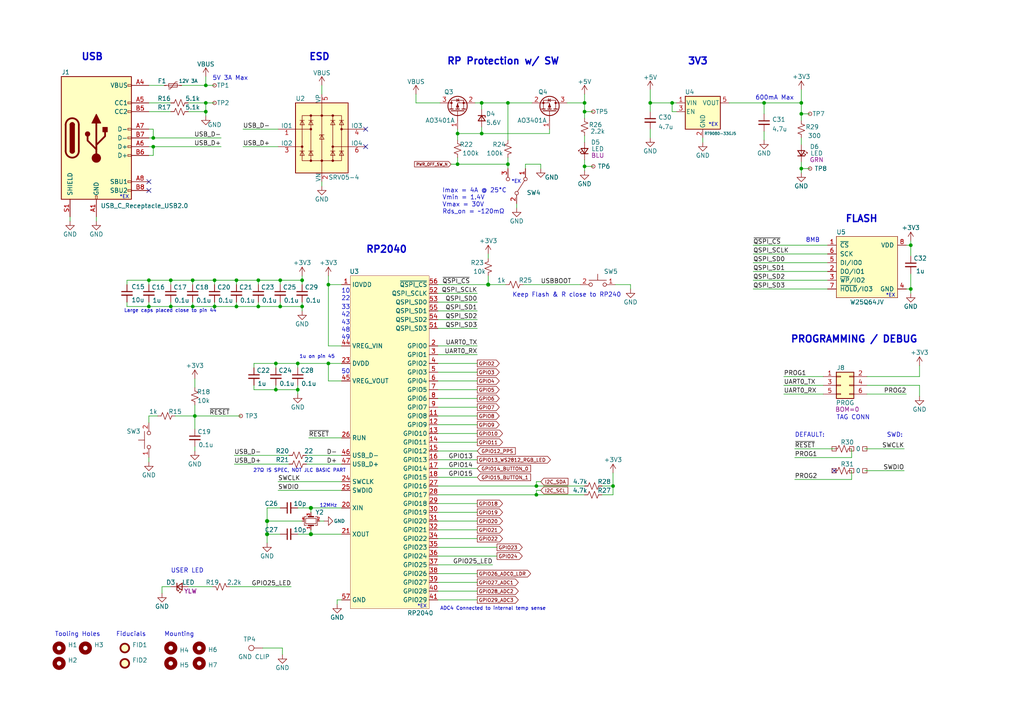
<source format=kicad_sch>
(kicad_sch (version 20230121) (generator eeschema)
  (paper "A4")
  (title_block (title "RP2040 & USB"))
  (junction (at 139.7 38.735))
  (junction (at 81.28 81.28))
  (junction (at 169.545 32.385))
  (junction (at 132.715 38.735))
  (junction (at 95.25 105.41))
  (junction (at 44.45 42.545))
  (junction (at 62.23 88.9))
  (junction (at 90.17 154.94) (diameter 1.016))
  (junction (at 80.01 105.41))
  (junction (at 49.53 81.28))
  (junction (at 44.45 40.005))
  (junction (at 139.7 29.845))
  (junction (at 194.945 29.845))
  (junction (at 81.28 88.9))
  (junction (at 87.63 81.28))
  (junction (at 147.32 29.845))
  (junction (at 77.47 151.13) (diameter 1.016))
  (junction (at 86.36 105.41))
  (junction (at 49.53 88.9))
  (junction (at 264.16 71.12))
  (junction (at 169.545 48.26))
  (junction (at 59.69 32.385))
  (junction (at 90.17 147.32) (diameter 1.016))
  (junction (at 232.41 48.895))
  (junction (at 43.18 88.9))
  (junction (at 74.93 81.28))
  (junction (at 77.47 154.94) (diameter 1.016))
  (junction (at 177.8 140.97))
  (junction (at 59.69 29.845))
  (junction (at 147.32 47.625))
  (junction (at 155.575 140.97))
  (junction (at 86.36 113.03))
  (junction (at 232.41 29.845))
  (junction (at 68.58 81.28))
  (junction (at 95.25 82.55))
  (junction (at 43.18 81.28))
  (junction (at 132.715 47.625))
  (junction (at 221.615 29.845))
  (junction (at 74.93 88.9))
  (junction (at 80.01 113.03))
  (junction (at 232.41 33.02))
  (junction (at 55.88 81.28))
  (junction (at 56.515 120.65))
  (junction (at 87.63 88.9))
  (junction (at 188.595 29.845))
  (junction (at 264.16 83.82))
  (junction (at 141.605 82.55) (diameter 1.016))
  (junction (at 59.69 24.765))
  (junction (at 68.58 88.9))
  (junction (at 62.23 81.28))
  (junction (at 155.575 143.51))
  (junction (at 169.545 29.845))
  (junction (at 55.88 88.9))
  (no_connect (at 241.935 136.525))
  (no_connect (at 106.045 42.545))
  (no_connect (at 43.18 52.705))
  (no_connect (at 106.045 37.465))
  (no_connect (at 43.18 55.245))
  (wire (pts (xy 127 102.87) (xy 138.43 102.87)))
  (wire (pts (xy 90.17 147.32) (xy 90.17 148.59)))
  (wire (pts (xy 95.25 110.49) (xy 95.25 105.41)))
  (wire (pts (xy 232.41 50.165) (xy 232.41 48.895)))
  (wire (pts (xy 43.18 37.465) (xy 44.45 37.465)))
  (wire (pts (xy 127 113.03) (xy 138.43 113.03)))
  (wire (pts (xy 262.89 71.12) (xy 264.16 71.12)))
  (wire (pts (xy 95.25 82.55) (xy 99.06 82.55)))
  (wire (pts (xy 238.76 114.3) (xy 227.33 114.3)))
  (wire (pts (xy 86.36 105.41) (xy 86.36 106.68)))
  (wire (pts (xy 81.28 88.9) (xy 81.28 87.63)))
  (wire (pts (xy 80.01 106.68) (xy 80.01 105.41)))
  (wire (pts (xy 141.605 82.55) (xy 141.605 80.01)))
  (wire (pts (xy 43.18 88.9) (xy 49.53 88.9)))
  (wire (pts (xy 49.53 88.9) (xy 49.53 87.63)))
  (wire (pts (xy 50.8 120.65) (xy 56.515 120.65)))
  (wire (pts (xy 247.015 130.175) (xy 247.015 132.715)))
  (wire (pts (xy 127 151.13) (xy 138.43 151.13)))
  (wire (pts (xy 264.16 71.12) (xy 264.16 74.295)))
  (wire (pts (xy 182.88 83.82) (xy 182.88 82.55)))
  (wire (pts (xy 137.795 29.845) (xy 139.7 29.845)))
  (wire (pts (xy 127 138.43) (xy 138.43 138.43)))
  (wire (pts (xy 266.7 111.76) (xy 266.7 114.935)))
  (wire (pts (xy 155.575 139.7) (xy 155.575 140.97)))
  (wire (pts (xy 127 105.41) (xy 138.43 105.41)))
  (wire (pts (xy 93.345 52.705) (xy 93.345 53.975)))
  (wire (pts (xy 61.595 170.18) (xy 54.61 170.18)))
  (wire (pts (xy 77.47 154.94) (xy 81.28 154.94)))
  (wire (pts (xy 93.345 24.765) (xy 93.345 27.305)))
  (wire (pts (xy 77.47 147.32) (xy 77.47 151.13)))
  (wire (pts (xy 73.66 113.03) (xy 73.66 111.76)))
  (wire (pts (xy 156.845 142.24) (xy 155.575 142.24)))
  (wire (pts (xy 155.575 142.24) (xy 155.575 143.51)))
  (wire (pts (xy 73.66 106.68) (xy 73.66 105.41)))
  (wire (pts (xy 95.25 110.49) (xy 99.06 110.49)))
  (wire (pts (xy 232.41 40.005) (xy 232.41 41.91)))
  (wire (pts (xy 59.69 29.845) (xy 62.23 29.845)))
  (wire (pts (xy 169.545 27.305) (xy 169.545 29.845)))
  (wire (pts (xy 230.505 132.715) (xy 247.015 132.715)))
  (wire (pts (xy 130.81 47.625) (xy 132.715 47.625)))
  (wire (pts (xy 127 100.33) (xy 138.43 100.33)))
  (wire (pts (xy 56.515 109.855) (xy 56.515 112.395)))
  (wire (pts (xy 70.485 42.545) (xy 80.645 42.545)))
  (wire (pts (xy 90.17 154.94) (xy 99.06 154.94)))
  (wire (pts (xy 127 82.55) (xy 141.605 82.55)))
  (wire (pts (xy 240.03 76.2) (xy 218.44 76.2)))
  (wire (pts (xy 230.505 139.065) (xy 247.015 139.065)))
  (wire (pts (xy 127 85.09) (xy 138.43 85.09)))
  (wire (pts (xy 127 87.63) (xy 138.43 87.63)))
  (wire (pts (xy 127 133.35) (xy 138.43 133.35)))
  (wire (pts (xy 43.18 122.555) (xy 43.18 120.65)))
  (wire (pts (xy 44.45 45.085) (xy 44.45 42.545)))
  (wire (pts (xy 196.215 29.845) (xy 194.945 29.845)))
  (wire (pts (xy 169.545 48.26) (xy 169.545 46.355)))
  (wire (pts (xy 49.53 81.28) (xy 55.88 81.28)))
  (wire (pts (xy 127 148.59) (xy 138.43 148.59)))
  (wire (pts (xy 67.945 132.08) (xy 83.82 132.08)))
  (wire (pts (xy 194.945 29.845) (xy 188.595 29.845)))
  (wire (pts (xy 68.58 88.9) (xy 62.23 88.9)))
  (wire (pts (xy 88.9 132.08) (xy 99.06 132.08)))
  (wire (pts (xy 266.7 106.045) (xy 266.7 109.22)))
  (wire (pts (xy 55.88 88.9) (xy 55.88 87.63)))
  (wire (pts (xy 44.45 42.545) (xy 64.135 42.545)))
  (wire (pts (xy 172.085 32.385) (xy 169.545 32.385)))
  (wire (pts (xy 44.45 40.005) (xy 64.135 40.005)))
  (wire (pts (xy 127 173.99) (xy 138.43 173.99)))
  (wire (pts (xy 169.545 32.385) (xy 169.545 29.845)))
  (wire (pts (xy 127 171.45) (xy 138.43 171.45)))
  (wire (pts (xy 87.63 80.01) (xy 87.63 81.28)))
  (wire (pts (xy 139.7 29.845) (xy 139.7 31.75)))
  (wire (pts (xy 87.63 81.28) (xy 87.63 82.55)))
  (wire (pts (xy 43.18 45.085) (xy 44.45 45.085)))
  (wire (pts (xy 55.88 88.9) (xy 62.23 88.9)))
  (wire (pts (xy 127 156.21) (xy 138.43 156.21)))
  (wire (pts (xy 221.615 29.845) (xy 221.615 33.02)))
  (wire (pts (xy 155.575 143.51) (xy 169.5082 143.51)))
  (wire (pts (xy 43.18 32.385) (xy 49.53 32.385)))
  (wire (pts (xy 132.715 47.625) (xy 147.32 47.625)))
  (wire (pts (xy 169.545 32.385) (xy 169.545 34.29)))
  (wire (pts (xy 77.47 151.13) (xy 77.47 154.94)))
  (wire (pts (xy 99.06 100.33) (xy 95.25 100.33)))
  (wire (pts (xy 43.18 24.765) (xy 47.625 24.765)))
  (wire (pts (xy 87.63 87.63) (xy 87.63 88.9)))
  (wire (pts (xy 221.615 29.845) (xy 232.41 29.845)))
  (wire (pts (xy 127 140.97) (xy 155.575 140.97)))
  (wire (pts (xy 62.23 88.9) (xy 62.23 87.63)))
  (wire (pts (xy 156.845 47.625) (xy 152.4 47.625)))
  (wire (pts (xy 59.69 29.845) (xy 59.69 32.385)))
  (wire (pts (xy 62.23 82.55) (xy 62.23 81.28)))
  (wire (pts (xy 80.645 139.7) (xy 99.06 139.7)))
  (wire (pts (xy 52.705 24.765) (xy 59.69 24.765)))
  (wire (pts (xy 232.41 48.895) (xy 232.41 46.99)))
  (wire (pts (xy 188.595 37.465) (xy 188.595 40.005)))
  (wire (pts (xy 218.44 71.12) (xy 240.03 71.12)))
  (wire (pts (xy 88.9 134.62) (xy 99.06 134.62)))
  (wire (pts (xy 139.7 38.735) (xy 159.385 38.735)))
  (wire (pts (xy 238.76 111.76) (xy 227.33 111.76)))
  (wire (pts (xy 76.2 187.96) (xy 81.915 187.96)))
  (wire (pts (xy 59.69 22.225) (xy 59.69 24.765)))
  (wire (pts (xy 70.485 37.465) (xy 80.645 37.465)))
  (wire (pts (xy 141.605 82.55) (xy 146.685 82.55)))
  (wire (pts (xy 240.03 78.74) (xy 218.44 78.74)))
  (wire (pts (xy 95.25 105.41) (xy 99.06 105.41)))
  (wire (pts (xy 127 161.29) (xy 144.145 161.29)))
  (wire (pts (xy 127 123.19) (xy 138.43 123.19)))
  (wire (pts (xy 141.605 73.66) (xy 141.605 74.93)))
  (wire (pts (xy 240.03 81.28) (xy 218.44 81.28)))
  (wire (pts (xy 234.95 33.02) (xy 232.41 33.02)))
  (wire (pts (xy 177.8 140.97) (xy 177.8 143.51)))
  (wire (pts (xy 99.06 173.99) (xy 97.79 173.99)))
  (wire (pts (xy 262.89 83.82) (xy 264.16 83.82)))
  (wire (pts (xy 139.7 36.83) (xy 139.7 38.735)))
  (wire (pts (xy 127 153.67) (xy 138.43 153.67)))
  (wire (pts (xy 68.58 81.28) (xy 74.93 81.28)))
  (wire (pts (xy 156.845 48.895) (xy 156.845 47.625)))
  (wire (pts (xy 27.94 62.865) (xy 27.94 64.135)))
  (wire (pts (xy 95.25 82.55) (xy 95.25 100.33)))
  (wire (pts (xy 127 128.27) (xy 138.43 128.27)))
  (wire (pts (xy 127 90.17) (xy 138.43 90.17)))
  (wire (pts (xy 188.595 26.035) (xy 188.595 29.845)))
  (wire (pts (xy 127 118.11) (xy 138.43 118.11)))
  (wire (pts (xy 59.69 32.385) (xy 59.69 33.655)))
  (wire (pts (xy 203.835 40.005) (xy 203.835 41.275)))
  (wire (pts (xy 127 146.05) (xy 138.43 146.05)))
  (wire (pts (xy 43.18 29.845) (xy 49.53 29.845)))
  (wire (pts (xy 77.47 154.94) (xy 77.47 157.48)))
  (wire (pts (xy 127 163.83) (xy 142.875 163.83)))
  (wire (pts (xy 66.675 170.18) (xy 84.455 170.18)))
  (wire (pts (xy 77.47 147.32) (xy 81.28 147.32)))
  (wire (pts (xy 127 110.49) (xy 138.43 110.49)))
  (wire (pts (xy 81.28 88.9) (xy 87.63 88.9)))
  (wire (pts (xy 232.41 29.845) (xy 232.41 33.02)))
  (wire (pts (xy 80.01 105.41) (xy 86.36 105.41)))
  (wire (pts (xy 55.88 81.28) (xy 62.23 81.28)))
  (wire (pts (xy 81.915 187.96) (xy 81.915 189.865)))
  (wire (pts (xy 81.28 81.28) (xy 87.63 81.28)))
  (wire (pts (xy 251.46 114.3) (xy 262.89 114.3)))
  (wire (pts (xy 194.945 32.385) (xy 194.945 29.845)))
  (wire (pts (xy 250.825 136.525) (xy 262.255 136.525)))
  (wire (pts (xy 120.65 29.845) (xy 127.635 29.845)))
  (wire (pts (xy 177.8 137.16) (xy 177.8 140.97)))
  (wire (pts (xy 68.58 88.9) (xy 68.58 87.63)))
  (wire (pts (xy 43.18 82.55) (xy 43.18 81.28)))
  (wire (pts (xy 238.76 109.22) (xy 227.33 109.22)))
  (wire (pts (xy 36.83 88.9) (xy 36.83 87.63)))
  (wire (pts (xy 156.845 139.7) (xy 155.575 139.7)))
  (wire (pts (xy 264.16 83.82) (xy 264.16 85.09)))
  (wire (pts (xy 56.515 120.65) (xy 69.85 120.65)))
  (wire (pts (xy 172.085 48.26) (xy 169.545 48.26)))
  (wire (pts (xy 174.5882 143.51) (xy 177.8 143.51)))
  (wire (pts (xy 127 125.73) (xy 138.43 125.73)))
  (wire (pts (xy 43.18 42.545) (xy 44.45 42.545)))
  (wire (pts (xy 49.53 170.18) (xy 46.99 170.18)))
  (wire (pts (xy 147.32 29.845) (xy 147.32 40.64)))
  (wire (pts (xy 86.36 114.3) (xy 86.36 113.03)))
  (wire (pts (xy 232.41 33.02) (xy 232.41 34.925)))
  (wire (pts (xy 73.66 105.41) (xy 80.01 105.41)))
  (wire (pts (xy 90.17 147.32) (xy 99.06 147.32)))
  (wire (pts (xy 132.715 45.72) (xy 132.715 47.625)))
  (wire (pts (xy 264.16 71.12) (xy 264.16 69.85)))
  (wire (pts (xy 240.03 73.66) (xy 218.44 73.66)))
  (wire (pts (xy 151.765 82.55) (xy 168.275 82.55)))
  (wire (pts (xy 127 115.57) (xy 138.43 115.57)))
  (wire (pts (xy 211.455 29.845) (xy 221.615 29.845)))
  (wire (pts (xy 95.25 80.01) (xy 95.25 82.55)))
  (wire (pts (xy 132.715 38.735) (xy 132.715 37.465)))
  (wire (pts (xy 240.03 83.82) (xy 218.44 83.82)))
  (wire (pts (xy 152.4 47.625) (xy 152.4 48.895)))
  (wire (pts (xy 264.16 79.375) (xy 264.16 83.82)))
  (wire (pts (xy 251.46 111.76) (xy 266.7 111.76)))
  (wire (pts (xy 43.18 81.28) (xy 49.53 81.28)))
  (wire (pts (xy 234.95 48.895) (xy 232.41 48.895)))
  (wire (pts (xy 81.28 82.55) (xy 81.28 81.28)))
  (wire (pts (xy 55.88 82.55) (xy 55.88 81.28)))
  (wire (pts (xy 20.32 62.865) (xy 20.32 64.135)))
  (wire (pts (xy 92.71 151.13) (xy 93.98 151.13)))
  (wire (pts (xy 196.215 32.385) (xy 194.945 32.385)))
  (wire (pts (xy 43.18 40.005) (xy 44.45 40.005)))
  (wire (pts (xy 182.88 82.55) (xy 178.435 82.55)))
  (wire (pts (xy 74.93 82.55) (xy 74.93 81.28)))
  (wire (pts (xy 127 120.65) (xy 138.43 120.65)))
  (wire (pts (xy 174.625 140.97) (xy 177.8 140.97)))
  (wire (pts (xy 230.505 130.175) (xy 241.935 130.175)))
  (wire (pts (xy 149.86 59.055) (xy 149.86 60.325)))
  (wire (pts (xy 127 166.37) (xy 138.43 166.37)))
  (wire (pts (xy 120.65 27.305) (xy 120.65 29.845)))
  (wire (pts (xy 56.515 117.475) (xy 56.515 120.65)))
  (wire (pts (xy 74.93 88.9) (xy 68.58 88.9)))
  (wire (pts (xy 54.61 29.845) (xy 59.69 29.845)))
  (wire (pts (xy 247.015 136.525) (xy 247.015 139.065)))
  (wire (pts (xy 67.945 134.62) (xy 83.82 134.62)))
  (wire (pts (xy 97.79 173.99) (xy 97.79 175.26)))
  (wire (pts (xy 89.535 127) (xy 99.06 127)))
  (wire (pts (xy 74.93 88.9) (xy 74.93 87.63)))
  (wire (pts (xy 80.645 142.24) (xy 99.06 142.24)))
  (wire (pts (xy 169.545 49.53) (xy 169.545 48.26)))
  (wire (pts (xy 86.36 113.03) (xy 80.01 113.03)))
  (wire (pts (xy 127 158.75) (xy 144.145 158.75)))
  (wire (pts (xy 74.93 81.28) (xy 81.28 81.28)))
  (wire (pts (xy 36.83 88.9) (xy 43.18 88.9)))
  (wire (pts (xy 127 95.25) (xy 138.43 95.25)))
  (wire (pts (xy 56.515 129.54) (xy 56.515 130.81)))
  (wire (pts (xy 55.88 88.9) (xy 49.53 88.9)))
  (wire (pts (xy 147.32 29.845) (xy 154.305 29.845)))
  (wire (pts (xy 36.83 82.55) (xy 36.83 81.28)))
  (wire (pts (xy 127 135.89) (xy 138.43 135.89)))
  (wire (pts (xy 127 143.51) (xy 155.575 143.51)))
  (wire (pts (xy 43.18 133.985) (xy 43.18 132.715)))
  (wire (pts (xy 49.53 82.55) (xy 49.53 81.28)))
  (wire (pts (xy 221.615 38.1) (xy 221.615 40.64)))
  (wire (pts (xy 127 168.91) (xy 138.43 168.91)))
  (wire (pts (xy 139.7 29.845) (xy 147.32 29.845)))
  (wire (pts (xy 43.18 88.9) (xy 43.18 87.63)))
  (wire (pts (xy 80.01 113.03) (xy 73.66 113.03)))
  (wire (pts (xy 62.23 24.765) (xy 59.69 24.765)))
  (wire (pts (xy 155.575 140.97) (xy 169.545 140.97)))
  (wire (pts (xy 86.36 105.41) (xy 95.25 105.41)))
  (wire (pts (xy 139.7 38.735) (xy 132.715 38.735)))
  (wire (pts (xy 56.515 120.65) (xy 56.515 124.46)))
  (wire (pts (xy 127 130.81) (xy 138.43 130.81)))
  (wire (pts (xy 251.46 109.22) (xy 266.7 109.22)))
  (wire (pts (xy 87.63 88.9) (xy 87.63 90.17)))
  (wire (pts (xy 90.17 153.67) (xy 90.17 154.94)))
  (wire (pts (xy 188.595 29.845) (xy 188.595 32.385)))
  (wire (pts (xy 132.715 38.735) (xy 132.715 40.64)))
  (wire (pts (xy 159.385 38.735) (xy 159.385 37.465)))
  (wire (pts (xy 36.83 81.28) (xy 43.18 81.28)))
  (wire (pts (xy 86.36 147.32) (xy 90.17 147.32)))
  (wire (pts (xy 87.63 151.13) (xy 77.47 151.13)))
  (wire (pts (xy 62.23 81.28) (xy 68.58 81.28)))
  (wire (pts (xy 80.01 113.03) (xy 80.01 111.76)))
  (wire (pts (xy 169.545 29.845) (xy 164.465 29.845)))
  (wire (pts (xy 81.28 88.9) (xy 74.93 88.9)))
  (wire (pts (xy 86.36 154.94) (xy 90.17 154.94)))
  (wire (pts (xy 46.99 170.18) (xy 46.99 172.085)))
  (wire (pts (xy 54.61 32.385) (xy 59.69 32.385)))
  (wire (pts (xy 86.36 113.03) (xy 86.36 111.76)))
  (wire (pts (xy 127 107.95) (xy 138.43 107.95)))
  (wire (pts (xy 44.45 37.465) (xy 44.45 40.005)))
  (wire (pts (xy 250.825 130.175) (xy 262.255 130.175)))
  (wire (pts (xy 232.41 26.035) (xy 232.41 29.845)))
  (wire (pts (xy 43.18 120.65) (xy 45.72 120.65)))
  (wire (pts (xy 169.545 39.37) (xy 169.545 41.275)))
  (wire (pts (xy 127 92.71) (xy 138.43 92.71)))
  (wire (pts (xy 147.32 47.625) (xy 147.32 48.895)))
  (wire (pts (xy 68.58 82.55) (xy 68.58 81.28)))
  (wire (pts (xy 147.32 47.625) (xy 147.32 45.72)))
  (text "10" (at 101.6 85.217 0) (effects (font (size 1.27 1.27)) (justify right bottom)))
  (text "12MHz" (at 97.79 147.32 0) (effects (font (size 1 1)) (justify right bottom)))
  (text "22" (at 101.6 87.376 0) (effects (font (size 1.27 1.27)) (justify right bottom)))
  (text "5V 3A Max" (at 61.595 23.495 0) (effects (font (size 1.27 1.27)) (justify left bottom)))
  (text "3V3" (at 199.39 19.05 0) (effects (font (size 2 2) (thickness 0.4) bold) (justify left bottom)))
  (text "49" (at 101.6 98.679 0) (effects (font (size 1.27 1.27)) (justify right bottom)))
  (text "8MB" (at 233.68 70.485 0) (effects (font (size 1.27 1.27)) (justify left bottom)))
  (text "42" (at 101.6 92.075 0) (effects (font (size 1.27 1.27)) (justify right bottom)))
  (text "*EX" (at 37.465 57.785 0) (effects (font (size 1 1)) (justify right bottom)))
  (text "50" (at 101.6 108.585 0) (effects (font (size 1.27 1.27)) (justify right bottom)))
  (text "*EX" (at 259.715 86.36 0) (effects (font (size 1 1)) (justify right bottom)))
  (text "Imax = 4A @ 25°C\nVmin = 1.4V\nVmax = 30V\nRds_on = ~120mΩ" (at 128.27 62.23 0) (effects (font (size 1.27 1.27)) (justify left bottom)))
  (text "RP Protection w/ SW" (at 129.54 19.05 0) (effects (font (size 2 2) (thickness 0.4) bold) (justify left bottom)))
  (text "27Ω IS SPEC, NOT JLC BASIC PART" (at 100.33 137.16 0) (effects (font (size 1 1)) (justify right bottom)))
  (text "Tooling Holes\n" (at 15.875 184.785 0) (effects (font (size 1.27 1.27)) (justify left bottom)))
  (text "*EX" (at 208.28 36.83 0) (effects (font (size 1 1)) (justify right bottom)))
  (text "ADC4 Connected to internal temp sense" (at 127.635 177.165 0) (effects (font (size 1 1)) (justify left bottom)))
  (text "ESD" (at 89.535 17.78 0) (effects (font (size 2 2) (thickness 0.4) bold) (justify left bottom)))
  (text "Keep Flash & R close to RP240" (at 148.59 86.36 0) (effects (font (size 1.27 1.27)) (justify left bottom)))
  (text "*EX" (at 123.825 176.53 0) (effects (font (size 1 1)) (justify right bottom)))
  (text "USB" (at 23.495 17.78 0) (effects (font (size 2 2) (thickness 0.4) bold) (justify left bottom)))
  (text "TAG CONN" (at 242.57 121.92 0) (effects (font (size 1.27 1.27)) (justify left bottom)))
  (text "Mounting" (at 47.625 184.785 0) (effects (font (size 1.27 1.27)) (justify left bottom)))
  (text "Large caps placed close to pin 44" (at 62.865 90.805 0) (effects (font (size 1 1)) (justify right bottom)))
  (text "33" (at 101.6 89.916 0) (effects (font (size 1.27 1.27)) (justify right bottom)))
  (text "FLASH" (at 245.11 64.77 0) (effects (font (size 2 2) (thickness 0.4) bold) (justify left bottom)))
  (text "DEFAULT:" (at 230.505 127 0) (effects (font (size 1.27 1.27)) (justify left bottom)))
  (text "*EX" (at 151.13 53.34 0) (effects (font (size 1 1)) (justify right bottom)))
  (text "1u on pin 45\n" (at 97.155 104.14 0) (effects (font (size 1 1)) (justify right bottom)))
  (text "RP2040\n" (at 106.045 73.66 0) (effects (font (size 2 2) (thickness 0.4) bold) (justify left bottom)))
  (text "600mA Max" (at 219.075 29.21 0) (effects (font (size 1.27 1.27)) (justify left bottom)))
  (text "43" (at 101.6 94.361 0) (effects (font (size 1.27 1.27)) (justify right bottom)))
  (text "USER LED\n" (at 49.53 166.37 0) (effects (font (size 1.27 1.27)) (justify left bottom)))
  (text "Fiducials" (at 33.655 184.785 0) (effects (font (size 1.27 1.27)) (justify left bottom)))
  (text "48" (at 101.6 96.52 0) (effects (font (size 1.27 1.27)) (justify right bottom)))
  (text "PROGRAMMING / DEBUG" (at 229.235 99.695 0) (effects (font (size 2 2) (thickness 0.4) bold) (justify left bottom)))
  (text "SWD:" (at 257.175 127 0) (effects (font (size 1.27 1.27)) (justify left bottom)))
  (label "QSPI_SD3" (at 218.44 83.82 0))
  (label "SWDIO" (at 262.255 136.525 180))
  (label "~{RESET}" (at 66.675 120.65 180))
  (label "QSPI_SCLK" (at 138.43 85.09 180))
  (label "UART0_TX" (at 138.43 100.33 180))
  (label "UART0_TX" (at 227.33 111.76 0))
  (label "USB_D+" (at 70.485 42.545 0))
  (label "QSPI_SD1" (at 138.43 90.17 180))
  (label "GPIO14" (at 137.16 135.89 180))
  (label "D+" (at 97.79 134.62 180))
  (label "QSPI_SCLK" (at 218.44 73.66 0))
  (label "PROG2" (at 262.89 114.3 180))
  (label "USB_D+" (at 64.135 42.545 180))
  (label "SWDIO" (at 80.645 142.24 0))
  (label "~{RESET}" (at 89.535 127 0))
  (label "QSPI_SD3" (at 138.43 95.25 180))
  (label "PROG2" (at 230.505 139.065 0))
  (label "D-" (at 97.79 132.08 180))
  (label "UART0_RX" (at 138.43 102.87 180))
  (label "SWCLK" (at 262.255 130.175 180))
  (label "GPIO15" (at 137.16 138.43 180))
  (label "USB_D-" (at 64.135 40.005 180))
  (label "UART0_RX" (at 227.33 114.3 0))
  (label "PROG1" (at 230.505 132.715 0))
  (label "QSPI_SD2" (at 138.43 92.71 180))
  (label "~{RESET}" (at 230.505 130.175 0))
  (label "PROG1" (at 227.33 109.22 0))
  (label "SWCLK" (at 80.645 139.7 0))
  (label "QSPI_SD2" (at 218.44 81.28 0))
  (label "USBBOOT" (at 165.735 82.55 180))
  (label "USB_D-" (at 67.945 132.08 0))
  (label "USB_D+" (at 67.945 134.62 0))
  (label "GPIO13" (at 137.16 133.35 180))
  (label "~{QSPI_CS}" (at 128.27 82.55 0))
  (label "QSPI_SD0" (at 218.44 76.2 0))
  (label "QSPI_SD1" (at 218.44 78.74 0))
  (label "QSPI_SD0" (at 138.43 87.63 180))
  (label "GPIO25_LED" (at 84.455 170.18 180))
  (label "GPIO25_LED" (at 142.875 163.83 180))
  (label "~{QSPI_CS}" (at 218.44 71.12 0))
  (label "USB_D-" (at 70.485 37.465 0))
  (global_label "GPIO6" (shape output) (at 138.43 115.57 0) (effects (font (size 1 1))) (property "Intersheetrefs" "${INTERSHEET_REFS}" (effects hide)))
  (global_label "GPIO24" (shape output) (at 144.145 161.29 0) (effects (font (size 1 1))) (property "Intersheetrefs" "${INTERSHEET_REFS}" (effects hide)))
  (global_label "GPIO13_WS2812_RGB_LED" (shape output) (at 138.43 133.35 0) (effects (font (size 1 1))) (property "Intersheetrefs" "${INTERSHEET_REFS}" (effects hide)))
  (global_label "GPIO2" (shape output) (at 138.43 105.41 0) (effects (font (size 1 1))) (property "Intersheetrefs" "${INTERSHEET_REFS}" (effects hide)))
  (global_label "GPIO11" (shape output) (at 138.43 128.27 0) (effects (font (size 1 1))) (property "Intersheetrefs" "${INTERSHEET_REFS}" (effects hide)))
  (global_label "GPIO28_ADC2" (shape output) (at 138.43 171.45 0) (effects (font (size 1 1))) (property "Intersheetrefs" "${INTERSHEET_REFS}" (effects hide)))
  (global_label "GPIO9" (shape output) (at 138.43 123.19 0) (effects (font (size 1 1))) (property "Intersheetrefs" "${INTERSHEET_REFS}" (effects hide)))
  (global_label "GPIO7" (shape output) (at 138.43 118.11 0) (effects (font (size 1 1))) (property "Intersheetrefs" "${INTERSHEET_REFS}" (effects hide)))
  (global_label "GPIO22" (shape output) (at 138.43 156.21 0) (effects (font (size 1 1))) (property "Intersheetrefs" "${INTERSHEET_REFS}" (effects hide)))
  (global_label "I2C_SDA" (shape input) (at 156.845 139.7 0) (effects (font (size 1 1))) (property "Intersheetrefs" "${INTERSHEET_REFS}" (effects hide)))
  (global_label "GPIO10" (shape output) (at 138.43 125.73 0) (effects (font (size 1 1))) (property "Intersheetrefs" "${INTERSHEET_REFS}" (effects hide)))
  (global_label "GPIO14_BUTTON_0" (shape input) (at 138.43 135.89 0) (effects (font (size 1 1))) (property "Intersheetrefs" "${INTERSHEET_REFS}" (effects hide)))
  (global_label "I2C_SCL" (shape input) (at 156.845 142.24 0) (effects (font (size 1 1))) (property "Intersheetrefs" "${INTERSHEET_REFS}" (effects hide)))
  (global_label "GPIO23" (shape output) (at 144.145 158.75 0) (effects (font (size 1 1))) (property "Intersheetrefs" "${INTERSHEET_REFS}" (effects hide)))
  (global_label "GPIO21" (shape output) (at 138.43 153.67 0) (effects (font (size 1 1))) (property "Intersheetrefs" "${INTERSHEET_REFS}" (effects hide)))
  (global_label "GPIO19" (shape output) (at 138.43 148.59 0) (effects (font (size 1 1))) (property "Intersheetrefs" "${INTERSHEET_REFS}" (effects hide)))
  (global_label "GPIO15_BUTTON_1" (shape input) (at 138.43 138.43 0) (effects (font (size 1 1))) (property "Intersheetrefs" "${INTERSHEET_REFS}" (effects hide)))
  (global_label "GPIO5" (shape output) (at 138.43 113.03 0) (effects (font (size 1 1))) (property "Intersheetrefs" "${INTERSHEET_REFS}" (effects hide)))
  (global_label "GPIO12_PPS" (shape input) (at 138.43 130.81 0) (effects (font (size 1 1))) (property "Intersheetrefs" "${INTERSHEET_REFS}" (effects hide)))
  (global_label "GPIO8" (shape output) (at 138.43 120.65 0) (effects (font (size 1 1))) (property "Intersheetrefs" "${INTERSHEET_REFS}" (effects hide)))
  (global_label "GPIO26_ADC0_LDR" (shape output) (at 138.43 166.37 0) (effects (font (size 1 1))) (property "Intersheetrefs" "${INTERSHEET_REFS}" (effects hide)))
  (global_label "GPIO20" (shape output) (at 138.43 151.13 0) (effects (font (size 1 1))) (property "Intersheetrefs" "${INTERSHEET_REFS}" (effects hide)))
  (global_label "PWR_OFF_SW_N" (shape input) (at 130.81 47.625 180) (effects (font (size 0.8 0.8))) (property "Intersheetrefs" "${INTERSHEET_REFS}" (effects hide)))
  (global_label "GPIO3" (shape output) (at 138.43 107.95 0) (effects (font (size 1 1))) (property "Intersheetrefs" "${INTERSHEET_REFS}" (effects hide)))
  (global_label "GPIO29_ADC3" (shape output) (at 138.43 173.99 0) (effects (font (size 1 1))) (property "Intersheetrefs" "${INTERSHEET_REFS}" (effects hide)))
  (global_label "GPIO18" (shape output) (at 138.43 146.05 0) (effects (font (size 1 1))) (property "Intersheetrefs" "${INTERSHEET_REFS}" (effects hide)))
  (global_label "GPIO27_ADC1" (shape output) (at 138.43 168.91 0) (effects (font (size 1 1))) (property "Intersheetrefs" "${INTERSHEET_REFS}" (effects hide)))
  (global_label "GPIO4" (shape output) (at 138.43 110.49 0) (effects (font (size 1 1))) (property "Intersheetrefs" "${INTERSHEET_REFS}" (effects hide)))
  (symbol (lib_id "Device:R_Small_US") (at 56.515 114.935 0) (unit 1)
    (property "Reference" "R4" (at 59.055 113.665 0))
    (property "Value" "10k" (at 59.055 116.205 0))
    (property "Footprint" "Resistor_SMD:R_0402_1005Metric" (effects hide))
    (property "lcsc" "C25744" (effects hide))
    (instances (project "clock_pcb" (path "" (reference "R18") (unit 1))))
  )
  (symbol (lib_id "power:+3.3V") (at 264.16 69.85 0) (mirror y) (unit 1)
    (property "Reference" "#PWR032" (effects hide))
    (property "Value" "+3.3V" (at 264.16 66.04 0))
    (instances (project "clock_pcb" (path "" (reference "#PWR081") (unit 1))))
  )
  (symbol (lib_id "Device:C_Small") (at 74.93 85.09 0) (unit 1)
    (property "Reference" "C9" (at 75.692 83.312 0) (effects (justify left)))
    (property "Value" "0.1u" (at 75.946 87.122 0) (effects (justify left)))
    (property "Footprint" "Capacitor_SMD:C_0402_1005Metric" (effects hide))
    (property "lcsc" "C1525" (effects hide))
    (property "desc" "16V X7R" (effects hide))
    (instances (project "clock_pcb" (path "" (reference "C23") (unit 1))))
  )
  (symbol (lib_id "power:+3.3V") (at 95.25 80.01 0) (unit 1)
    (property "Reference" "#PWR016" (effects hide))
    (property "Value" "+3.3V" (at 95.25 76.2 0))
    (instances (project "clock_pcb" (path "" (reference "#PWR065") (unit 1))))
  )
  (symbol (lib_id "power:+3V3") (at 266.7 106.045 0) (mirror y) (unit 1)
    (property "Reference" "#PWR034" (effects hide))
    (property "Value" "+3V3" (at 266.7 102.235 0))
    (instances (project "clock_pcb" (path "" (reference "#PWR083") (unit 1))))
  )
  (symbol (lib_id "power:+3V3") (at 177.8 137.16 0) (mirror y) (unit 1)
    (property "Reference" "#PWR026" (effects hide))
    (property "Value" "+3V3" (at 177.8 133.35 0))
    (instances (project "clock_pcb" (path "" (reference "#PWR073") (unit 1))))
  )
  (symbol (lib_id "power:GND") (at 56.515 130.81 0) (unit 1)
    (property "Reference" "#PWR08" (effects hide))
    (property "Value" "GND" (at 56.515 134.62 0))
    (instances (project "clock_pcb" (path "" (reference "#PWR054") (unit 1))))
  )
  (symbol (lib_id "Device:C_Small") (at 86.36 109.22 0) (unit 1)
    (property "Reference" "C14" (at 87.122 107.442 0) (effects (justify left)))
    (property "Value" "0.1u" (at 87.376 111.252 0) (effects (justify left)))
    (property "Footprint" "Capacitor_SMD:C_0402_1005Metric" (effects hide))
    (property "lcsc" "C1525" (effects hide))
    (property "desc" "16V X7R" (effects hide))
    (instances (project "clock_pcb" (path "" (reference "C28") (unit 1))))
  )
  (symbol (lib_id "Connector:TestPoint_Small") (at 172.085 32.385 0) (unit 1)
    (property "Reference" "TP4" (at 172.72 32.385 0) (effects (justify left)))
    (property "Value" "5V" (effects hide))
    (property "Footprint" "TestPoint:TestPoint_Pad_D1.0mm" (effects hide))
    (property "bom" "BOM=0" (effects hide))
    (instances (project "clock_pcb" (path "" (reference "TP5") (unit 1))))
  )
  (symbol (lib_id "Device:C_Small") (at 62.23 85.09 0) (unit 1)
    (property "Reference" "C6" (at 62.992 83.312 0) (effects (justify left)))
    (property "Value" "0.1u" (at 63.246 87.122 0) (effects (justify left)))
    (property "Footprint" "Capacitor_SMD:C_0402_1005Metric" (effects hide))
    (property "lcsc" "C1525" (effects hide))
    (property "desc" "16V X7R" (effects hide))
    (instances (project "clock_pcb" (path "" (reference "C20") (unit 1))))
  )
  (symbol (lib_id "power:VBUS") (at 93.345 24.765 0) (unit 1)
    (property "Reference" "#PWR09" (effects hide))
    (property "Value" "VBUS" (at 93.345 21.1605 0))
    (instances (project "clock_pcb" (path "" (reference "#PWR062") (unit 1))))
  )
  (symbol (lib_id "Mechanical:MountingHole") (at 17.145 187.96 0) (unit 1)
    (property "Reference" "H1" (at 19.685 187.0515 0) (effects (justify left)))
    (property "Value" "Tooling_Hole_JLC" (effects hide))
    (property "Footprint" "stride_footprints:JLC_Tooling_Hole" (effects hide))
    (property "bom" "BOM=0" (effects hide))
  )
  (symbol (lib_id "Device:R_Small_US") (at 232.41 37.465 180) (unit 1)
    (property "Reference" "R17" (at 235.585 36.83 0))
    (property "Value" "300" (at 236.22 39.37 0))
    (property "Footprint" "Resistor_SMD:R_0402_1005Metric" (effects hide))
    (property "lcsc" "C25102" (effects hide))
    (instances (project "clock_pcb" (path "" (reference "R29") (unit 1))))
  )
  (symbol (lib_id "Device:LED_Small") (at 169.545 43.815 90) (unit 1)
    (property "Reference" "D3" (at 172.72 41.275 90))
    (property "Value" "LED" (at 173.355 43.18 90))
    (property "Footprint" "LED_SMD:LED_0603_1608Metric" (effects hide))
    (property "desc" "VFtyp 2.8V, VFmax 3.1V, Blue" (effects hide))
    (property "lcsc" "C72041" (effects hide))
    (property "Color" "BLU" (at 173.355 45.085 90))
    (instances (project "clock_pcb" (path "" (reference "D5") (unit 1))))
  )
  (symbol (lib_id "Mechanical:MountingHole") (at 57.785 192.405 0) (unit 1)
    (property "Reference" "H7" (at 60.325 192.884 0) (effects (justify left)))
    (property "Value" "Mounting_Hole" (effects hide))
    (property "Footprint" "MountingHole:MountingHole_2.7mm_M2.5" (effects hide))
    (property "bom" "BOM=0" (effects hide))
  )
  (symbol (lib_id "Transistor_FET:AO3401A") (at 132.715 32.385 90) (unit 1)
    (property "Reference" "Q1" (at 130.175 26.67 90))
    (property "Value" "AO3401A" (at 127.635 34.925 90))
    (property "Footprint" "Package_TO_SOT_SMD:SOT-23" (effects hide))
    (property "Datasheet" "http://www.aosmd.com/pdfs/datasheet/AO3401A.pdf" (effects hide))
    (property "lcsc" "C15127" (effects hide))
    (instances (project "clock_pcb" (path "" (reference "Q3") (unit 1))))
  )
  (symbol (lib_id "Connector:TestPoint") (at 76.2 187.96 90) (unit 1)
    (property "Reference" "TP8" (at 72.39 185.42 90))
    (property "Value" "GND CLIP" (at 73.66 190.5 90))
    (property "Footprint" "stride_footprints:ronghe_RH-5016_C5199799" (effects hide))
    (property "lcsc" "C5199799" (effects hide))
    (instances (project "clock_pcb" (path "" (reference "TP4") (unit 1))))
  )
  (symbol (lib_id "power:GND") (at 156.845 48.895 0) (unit 1)
    (property "Reference" "#PWR020" (effects hide))
    (property "Value" "GND" (at 160.02 51.435 0))
    (instances (project "clock_pcb" (path "" (reference "#PWR070") (unit 1))))
  )
  (symbol (lib_id "Connector:TestPoint_Small") (at 62.23 24.765 0) (unit 1)
    (property "Reference" "TP1" (at 62.865 24.765 0) (effects (justify left)))
    (property "Value" "VBUS" (effects hide))
    (property "Footprint" "TestPoint:TestPoint_Pad_D1.0mm" (effects hide))
    (property "bom" "BOM=0" (effects hide))
  )
  (symbol (lib_id "Device:R_Small_US") (at 147.32 43.18 0) (mirror y) (unit 1)
    (property "Reference" "R9" (at 144.78 41.91 0))
    (property "Value" "100k" (at 143.51 44.45 0))
    (property "Footprint" "Resistor_SMD:R_0402_1005Metric" (effects hide))
    (property "lcsc" "C25741" (effects hide))
    (instances (project "clock_pcb" (path "" (reference "R24") (unit 1))))
  )
  (symbol (lib_id "MCU_RaspberryPi:RP2040") (at 113.03 80.01 0) (unit 1)
    (property "Reference" "U2" (at 104.14 78.74 0) (effects (justify right)))
    (property "Value" "RP2040" (at 121.92 177.8 0))
    (property "Footprint" "stride_footprints:QFN-56_EP_7x7_Pitch0.4mm" (effects hide))
    (property "Datasheet" "https://datasheets.raspberrypi.org/rp2040/rp2040_datasheet.pdf" (effects hide))
    (property "lcsc" "C2040" (effects hide))
    (instances (project "clock_pcb" (path "" (reference "U3") (unit 1))))
  )
  (symbol (lib_id "Device:LED_Small") (at 52.07 170.18 0) (mirror x) (unit 1)
    (property "Reference" "D1" (at 49.53 168.91 0))
    (property "Value" "LED" (at 54.61 168.91 0))
    (property "Footprint" "LED_SMD:LED_0603_1608Metric" (effects hide))
    (property "desc" "VFtyp 2V, VFmax 2.3V, Yellow" (effects hide))
    (property "lcsc" "C72038" (effects hide))
    (property "Color" "YLW" (at 55.245 171.45 0))
    (instances (project "clock_pcb" (path "" (reference "D3") (unit 1))))
  )
  (symbol (lib_id "Device:R_Small_US") (at 52.07 32.385 90) (unit 1)
    (property "Reference" "R2" (at 47.625 31.115 90))
    (property "Value" "5.1k" (at 55.88 31.115 90))
    (property "Footprint" "Resistor_SMD:R_0402_1005Metric" (effects hide))
    (property "lcsc" "C25744" (effects hide))
    (instances (project "clock_pcb" (path "" (reference "R17") (unit 1))))
  )
  (symbol (lib_id "Device:Polyfuse_Small") (at 50.165 24.765 90) (unit 1)
    (property "Reference" "F1" (at 46.99 23.495 90))
    (property "Value" "12V 3A" (at 54.61 23.495 90) (effects (font (size 1 1))))
    (property "Footprint" "Fuse:Fuse_1206_3216Metric" (effects hide))
    (property "desc" "JK-NSMD300L-12V" (effects hide))
    (property "lcsc" "C516068" (effects hide))
  )
  (symbol (lib_id "Device:R_Small_US") (at 172.085 140.97 90) (unit 1)
    (property "Reference" "R14" (at 175.26 139.7 90))
    (property "Value" "4.7k" (at 168.275 139.7 90))
    (property "Footprint" "Resistor_SMD:R_0402_1005Metric" (effects hide))
    (property "lcsc" "C25900" (effects hide))
    (instances (project "clock_pcb" (path "" (reference "R28") (unit 1))))
  )
  (symbol (lib_id "Power_Protection:SRV05-4") (at 93.345 40.005 0) (unit 1)
    (property "Reference" "U1" (at 85.725 28.575 0) (effects (justify left)))
    (property "Value" "SRV05-4" (at 95.25 51.435 0) (effects (justify left)))
    (property "Footprint" "Package_TO_SOT_SMD:SOT-23-6" (effects hide))
    (property "Datasheet" "http://www.onsemi.com/pub/Collateral/SRV05-4-D.PDF" (effects hide))
    (property "lcsc" "C85364" (effects hide))
    (instances (project "clock_pcb" (path "" (reference "U2") (unit 1))))
  )
  (symbol (lib_id "power:GND") (at 27.94 64.135 0) (unit 1)
    (property "Reference" "#PWR02" (effects hide))
    (property "Value" "GND" (at 27.94 67.945 0))
    (instances (project "clock_pcb" (path "" (reference "#PWR050") (unit 1))))
  )
  (symbol (lib_id "power:GND") (at 149.86 60.325 0) (unit 1)
    (property "Reference" "#PWR019" (effects hide))
    (property "Value" "GND" (at 149.86 64.135 0))
    (instances (project "clock_pcb" (path "" (reference "#PWR069") (unit 1))))
  )
  (symbol (lib_id "power:GND") (at 203.835 41.275 0) (unit 1)
    (property "Reference" "#PWR028" (effects hide))
    (property "Value" "GND" (at 203.835 45.085 0))
    (instances (project "clock_pcb" (path "" (reference "#PWR077") (unit 1))))
  )
  (symbol (lib_id "Device:R_Small_US") (at 132.715 43.18 0) (unit 1)
    (property "Reference" "R8" (at 135.255 41.91 0))
    (property "Value" "100k" (at 136.525 44.45 0))
    (property "Footprint" "Resistor_SMD:R_0402_1005Metric" (effects hide))
    (property "lcsc" "C25741" (effects hide))
    (instances (project "clock_pcb" (path "" (reference "R22") (unit 1))))
  )
  (symbol (lib_id "Switch:SW_Push") (at 43.18 127.635 90) (unit 1)
    (property "Reference" "SW1" (at 38.735 125.095 90))
    (property "Value" "TS-1187A-B-A-B" (effects hide))
    (property "Footprint" "Button_Switch_SMD:SW_SPST_TL3342" (effects hide))
    (property "desc" "ftp: Not Exact" (effects hide))
    (property "lcsc" "C318884" (effects hide))
    (instances (project "clock_pcb" (path "" (reference "SW3") (unit 1))))
  )
  (symbol (lib_id "power:GND") (at 221.615 40.64 0) (unit 1)
    (property "Reference" "#PWR029" (effects hide))
    (property "Value" "GND" (at 221.615 44.45 0))
    (instances (project "clock_pcb" (path "" (reference "#PWR078") (unit 1))))
  )
  (symbol (lib_id "Device:C_Small") (at 221.615 35.56 0) (unit 1)
    (property "Reference" "C17" (at 223.9391 34.6578 0) (effects (justify left)))
    (property "Value" "4.7u" (at 223.9391 37.4329 0) (effects (justify left)))
    (property "Footprint" "Capacitor_SMD:C_0402_1005Metric" (effects hide))
    (property "lcsc" "C23733" (effects hide))
    (property "desc" "10V X5R" (effects hide))
    (instances (project "clock_pcb" (path "" (reference "C31") (unit 1))))
  )
  (symbol (lib_id "power:+3.3V") (at 141.605 73.66 0) (unit 1)
    (property "Reference" "#PWR021" (effects hide))
    (property "Value" "+3.3V" (at 141.605 69.85 0))
    (instances (project "clock_pcb" (path "" (reference "#PWR068") (unit 1))))
  )
  (symbol (lib_id "Mechanical:MountingHole") (at 49.53 187.96 0) (unit 1)
    (property "Reference" "H4" (at 52.07 188.595 0) (effects (justify left)))
    (property "Value" "Mounting_Hole" (effects hide))
    (property "Footprint" "MountingHole:MountingHole_2.7mm_M2.5" (effects hide))
    (property "bom" "BOM=0" (effects hide))
  )
  (symbol (lib_id "Mechanical:MountingHole") (at 57.785 187.96 0) (unit 1)
    (property "Reference" "H6" (at 60.325 188.439 0) (effects (justify left)))
    (property "Value" "Mounting_Hole" (effects hide))
    (property "Footprint" "MountingHole:MountingHole_2.7mm_M2.5" (effects hide))
    (property "bom" "BOM=0" (effects hide))
  )
  (symbol (lib_id "power:GND") (at 264.16 85.09 0) (unit 1)
    (property "Reference" "#PWR033" (effects hide))
    (property "Value" "GND" (at 264.16 88.9 0))
    (instances (project "clock_pcb" (path "" (reference "#PWR082") (unit 1))))
  )
  (symbol (lib_id "Device:C_Small") (at 49.53 85.09 0) (unit 1)
    (property "Reference" "C3" (at 50.292 83.312 0) (effects (justify left)))
    (property "Value" "0.1u" (at 50.546 87.122 0) (effects (justify left)))
    (property "Footprint" "Capacitor_SMD:C_0402_1005Metric" (effects hide))
    (property "lcsc" "C1525" (effects hide))
    (property "desc" "16V X7R" (effects hide))
    (instances (project "clock_pcb" (path "" (reference "C17") (unit 1))))
  )
  (symbol (lib_id "power:GND") (at 59.69 33.655 0) (unit 1)
    (property "Reference" "#PWR04" (effects hide))
    (property "Value" "GND" (at 62.23 36.195 0))
    (instances (project "clock_pcb" (path "" (reference "#PWR056") (unit 1))))
  )
  (symbol (lib_id "power:GND") (at 43.18 133.985 0) (unit 1)
    (property "Reference" "#PWR05" (effects hide))
    (property "Value" "GND" (at 43.18 137.795 0))
    (instances (project "clock_pcb" (path "" (reference "#PWR051") (unit 1))))
  )
  (symbol (lib_id "power:GND") (at 46.99 172.085 0) (unit 1)
    (property "Reference" "#PWR06" (effects hide))
    (property "Value" "GND" (at 46.99 175.895 0))
    (instances (project "clock_pcb" (path "" (reference "#PWR052") (unit 1))))
  )
  (symbol (lib_id "power:GND") (at 86.36 114.3 0) (unit 1)
    (property "Reference" "#PWR012" (effects hide))
    (property "Value" "GND" (at 86.36 118.11 0))
    (instances (project "clock_pcb" (path "" (reference "#PWR059") (unit 1))))
  )
  (symbol (lib_id "Device:C_Small") (at 81.28 85.09 0) (unit 1)
    (property "Reference" "C11" (at 82.042 83.312 0) (effects (justify left)))
    (property "Value" "0.1u" (at 82.296 87.122 0) (effects (justify left)))
    (property "Footprint" "Capacitor_SMD:C_0402_1005Metric" (effects hide))
    (property "lcsc" "C1525" (effects hide))
    (property "desc" "16V X7R" (effects hide))
    (instances (project "clock_pcb" (path "" (reference "C25") (unit 1))))
  )
  (symbol (lib_id "Mechanical:Fiducial") (at 36.195 187.96 0) (unit 1)
    (property "Reference" "FID1" (at 38.354 187.0515 0) (effects (justify left)))
    (property "Value" "Fiducial" (effects hide))
    (property "Footprint" "Fiducial:Fiducial_1mm_Mask2mm" (effects hide))
    (property "bom" "BOM=0" (effects hide))
  )
  (symbol (lib_id "Device:C_Small") (at 83.82 154.94 90) (unit 1)
    (property "Reference" "C13" (at 80.645 153.67 90) (effects (justify left)))
    (property "Value" "10p" (at 88.9 153.67 90) (effects (justify left)))
    (property "Footprint" "Capacitor_SMD:C_0402_1005Metric" (effects hide))
    (property "lcsc" "C32949" (effects hide))
    (property "desc" "50V C0G" (effects hide))
    (instances (project "clock_pcb" (path "" (reference "C27") (unit 1))))
  )
  (symbol (lib_id "Device:R_Small_US") (at 52.07 29.845 90) (unit 1)
    (property "Reference" "R1" (at 47.625 28.575 90))
    (property "Value" "5.1k" (at 55.88 28.575 90))
    (property "Footprint" "Resistor_SMD:R_0402_1005Metric" (effects hide))
    (property "lcsc" "C25744" (effects hide))
    (instances (project "clock_pcb" (path "" (reference "R16") (unit 1))))
  )
  (symbol (lib_id "Switch:SW_SPDT") (at 149.86 53.975 270) (mirror x) (unit 1)
    (property "Reference" "SW2" (at 156.845 55.88 90) (effects (justify right)))
    (property "Value" "SSSS811101" (effects hide))
    (property "Footprint" "stride_footprints:SSSS811101" (effects hide))
    (property "lcsc" " C109335" (effects hide))
    (instances (project "clock_pcb" (path "" (reference "SW4") (unit 1))))
  )
  (symbol (lib_id "Device:R_Small_US") (at 141.605 77.47 0) (mirror y) (unit 1)
    (property "Reference" "R10" (at 138.43 76.2 0))
    (property "Value" "10k" (at 139.065 78.74 0))
    (property "Footprint" "Resistor_SMD:R_0402_1005Metric" (effects hide))
    (property "lcsc" "C25744" (effects hide))
    (instances (project "clock_pcb" (path "" (reference "R23") (unit 1))))
  )
  (symbol (lib_id "Device:C_Small") (at 56.515 127 0) (unit 1)
    (property "Reference" "C5" (at 57.277 125.222 0) (effects (justify left)))
    (property "Value" "0.1u" (at 57.531 129.032 0) (effects (justify left)))
    (property "Footprint" "Capacitor_SMD:C_0402_1005Metric" (effects hide))
    (property "lcsc" "C1525" (effects hide))
    (property "desc" "16V X7R" (effects hide))
    (instances (project "clock_pcb" (path "" (reference "C19") (unit 1))))
  )
  (symbol (lib_id "Device:Crystal_GND24_Small") (at 90.17 151.13 90) (unit 1)
    (property "Reference" "Y1" (at 91.44 148.59 90) (effects (justify right)))
    (property "Value" "XYDBPCNANF-12MHZ" (effects hide))
    (property "Footprint" "Crystal:Crystal_SMD_3225-4Pin_3.2x2.5mm" (effects hide))
    (property "lcsc" "C9002" (effects hide))
    (instances (project "clock_pcb" (path "" (reference "Y2") (unit 1))))
  )
  (symbol (lib_id "Device:C_Small") (at 83.82 147.32 90) (unit 1)
    (property "Reference" "C12" (at 80.645 146.05 90) (effects (justify left)))
    (property "Value" "10p" (at 88.9 146.05 90) (effects (justify left)))
    (property "Footprint" "Capacitor_SMD:C_0402_1005Metric" (effects hide))
    (property "lcsc" "C32949" (effects hide))
    (property "desc" "50V C0G" (effects hide))
    (instances (project "clock_pcb" (path "" (reference "C26") (unit 1))))
  )
  (symbol (lib_id "Device:C_Small") (at 43.18 85.09 0) (unit 1)
    (property "Reference" "C2" (at 43.942 83.312 0) (effects (justify left)))
    (property "Value" "1u" (at 44.196 87.122 0) (effects (justify left)))
    (property "Footprint" "Capacitor_SMD:C_0402_1005Metric" (effects hide))
    (property "lcsc" "C52923" (effects hide))
    (property "desc" "25V X5R" (effects hide))
    (instances (project "clock_pcb" (path "" (reference "C16") (unit 1))))
  )
  (symbol (lib_id "Device:D_Zener_Small") (at 139.7 34.29 270) (unit 1)
    (property "Reference" "D2" (at 140.97 33.02 90) (effects (justify left)))
    (property "Value" "5.6V" (at 140.97 35.56 90) (effects (justify left)))
    (property "Footprint" "Diode_SMD:D_MiniMELF" (effects hide))
    (property "desc" "ZMM5V6-M" (effects hide))
    (property "lcsc" "C8062" (effects hide))
    (instances (project "clock_pcb" (path "" (reference "D4") (unit 1))))
  )
  (symbol (lib_id "master:R_Small_US_3pad") (at 241.935 136.525 0) (unit 1)
    (property "Reference" "R16" (at 245.745 134.62 0))
    (property "Value" "0" (at 248.92 136.525 0))
    (property "Footprint" "stride_footprints:R_0402_1005Metric_3pad" (effects hide))
    (property "lcsc" "C17168" (effects hide))
    (instances (project "clock_pcb" (path "" (reference "R31") (unit 1))))
  )
  (symbol (lib_id "Memory_Flash_Extra:W25Q64JV") (at 251.46 77.47 0) (mirror y) (unit 1)
    (property "Reference" "U4" (at 242.57 67.31 0) (effects (justify right)))
    (property "Value" "W25Q64JV" (at 251.46 87.63 0))
    (property "Footprint" "Package_SON:WSON-8-1EP_4x4mm_P0.8mm_EP2.2x3mm" (effects hide))
    (property "lcsc" "C2940195" (effects hide))
    (property "desc" "8MB Flash" (effects hide))
    (instances (project "clock_pcb" (path "" (reference "U5") (unit 1))))
  )
  (symbol (lib_id "Mechanical:MountingHole") (at 49.53 192.405 0) (unit 1)
    (property "Reference" "H5" (at 52.07 192.884 0) (effects (justify left)))
    (property "Value" "Mounting_Hole" (effects hide))
    (property "Footprint" "MountingHole:MountingHole_2.7mm_M2.5" (effects hide))
    (property "bom" "BOM=0" (effects hide))
  )
  (symbol (lib_id "power:GND") (at 169.545 49.53 0) (unit 1)
    (property "Reference" "#PWR023" (effects hide))
    (property "Value" "GND" (at 169.545 53.34 0))
    (instances (project "clock_pcb" (path "" (reference "#PWR072") (unit 1))))
  )
  (symbol (lib_id "power:GND") (at 87.63 90.17 0) (unit 1)
    (property "Reference" "#PWR014" (effects hide))
    (property "Value" "GND" (at 87.63 93.98 0))
    (instances (project "clock_pcb" (path "" (reference "#PWR061") (unit 1))))
  )
  (symbol (lib_id "Connector:TestPoint_Small") (at 172.085 48.26 0) (unit 1)
    (property "Reference" "TP5" (at 173.355 48.26 0) (effects (justify left)))
    (property "Value" "5V" (effects hide))
    (property "Footprint" "TestPoint:TestPoint_Pad_D1.0mm" (effects hide))
    (property "bom" "BOM=0" (effects hide))
    (instances (project "clock_pcb" (path "" (reference "TP6") (unit 1))))
  )
  (symbol (lib_id "Device:C_Small") (at 80.01 109.22 0) (unit 1)
    (property "Reference" "C10" (at 80.772 107.442 0) (effects (justify left)))
    (property "Value" "0.1u" (at 81.026 111.252 0) (effects (justify left)))
    (property "Footprint" "Capacitor_SMD:C_0402_1005Metric" (effects hide))
    (property "lcsc" "C1525" (effects hide))
    (property "desc" "16V X7R" (effects hide))
    (instances (project "clock_pcb" (path "" (reference "C24") (unit 1))))
  )
  (symbol (lib_id "Device:LED_Small") (at 232.41 44.45 270) (mirror x) (unit 1)
    (property "Reference" "D4" (at 236.22 42.545 90))
    (property "Value" "LED" (at 236.855 44.45 90))
    (property "Footprint" "LED_SMD:LED_0603_1608Metric" (effects hide))
    (property "desc" "VFtyp 3.3V, VFmax 3.7V, Green" (effects hide))
    (property "lcsc" "C72043" (effects hide))
    (property "Color" "GRN" (at 236.855 46.355 90))
    (instances (project "clock_pcb" (path "" (reference "D6") (unit 1))))
  )
  (symbol (lib_id "Device:C_Small") (at 188.595 34.925 0) (unit 1)
    (property "Reference" "C16" (at 190.9191 34.0228 0) (effects (justify left)))
    (property "Value" "4.7u" (at 190.9191 36.7979 0) (effects (justify left)))
    (property "Footprint" "Capacitor_SMD:C_0402_1005Metric" (effects hide))
    (property "lcsc" "C23733" (effects hide))
    (property "desc" "10V X5R" (effects hide))
    (instances (project "clock_pcb" (path "" (reference "C30") (unit 1))))
  )
  (symbol (lib_id "power:VBUS") (at 120.65 27.305 0) (unit 1)
    (property "Reference" "#PWR018" (effects hide))
    (property "Value" "VBUS" (at 120.65 23.7005 0))
    (instances (project "clock_pcb" (path "" (reference "#PWR067") (unit 1))))
  )
  (symbol (lib_id "power:GND") (at 93.345 53.975 0) (unit 1)
    (property "Reference" "#PWR010" (effects hide))
    (property "Value" "GND" (at 93.345 57.785 0))
    (instances (project "clock_pcb" (path "" (reference "#PWR063") (unit 1))))
  )
  (symbol (lib_id "Connector:TestPoint_Small") (at 62.23 29.845 0) (unit 1)
    (property "Reference" "TP2" (at 62.865 29.845 0) (effects (justify left)))
    (property "Value" "GND" (effects hide))
    (property "Footprint" "TestPoint:TestPoint_Pad_D1.0mm" (effects hide))
    (property "bom" "BOM=0" (effects hide))
  )
  (symbol (lib_id "Device:R_Small_US") (at 169.545 36.83 180) (unit 1)
    (property "Reference" "R11" (at 172.72 36.195 0))
    (property "Value" "2.2k" (at 173.355 38.1 0))
    (property "Footprint" "Resistor_SMD:R_0402_1005Metric" (effects hide))
    (property "lcsc" "C25879" (effects hide))
    (instances (project "clock_pcb" (path "" (reference "R26") (unit 1))))
  )
  (symbol (lib_id "power:+3V3") (at 87.63 80.01 0) (unit 1)
    (property "Reference" "#PWR013" (effects hide))
    (property "Value" "+3V3" (at 87.63 76.2 0))
    (instances (project "clock_pcb" (path "" (reference "#PWR060") (unit 1))))
  )
  (symbol (lib_id "Device:R_Small_US") (at 172.0482 143.51 90) (unit 1)
    (property "Reference" "R13" (at 175.26 142.24 90))
    (property "Value" "4.7k" (at 168.2382 142.24 90))
    (property "Footprint" "Resistor_SMD:R_0402_1005Metric" (effects hide))
    (property "lcsc" "C25900" (effects hide))
    (instances (project "clock_pcb" (path "" (reference "R27") (unit 1))))
  )
  (symbol (lib_id "Mechanical:MountingHole") (at 24.765 187.96 0) (unit 1)
    (property "Reference" "H3" (at 27.305 187.0515 0) (effects (justify left)))
    (property "Value" "Tooling_Hole_JLC" (effects hide))
    (property "Footprint" "stride_footprints:JLC_Tooling_Hole" (effects hide))
    (property "bom" "BOM=0" (effects hide))
  )
  (symbol (lib_id "power:GND") (at 77.47 157.48 0) (unit 1)
    (property "Reference" "#PWR011" (effects hide))
    (property "Value" "GND" (at 77.47 161.29 0))
    (instances (project "clock_pcb" (path "" (reference "#PWR057") (unit 1))))
  )
  (symbol (lib_id "Device:C_Small") (at 73.66 109.22 0) (unit 1)
    (property "Reference" "C8" (at 74.422 107.442 0) (effects (justify left)))
    (property "Value" "1u" (at 74.676 111.252 0) (effects (justify left)))
    (property "Footprint" "Capacitor_SMD:C_0402_1005Metric" (effects hide))
    (property "lcsc" "C52923" (effects hide))
    (property "desc" "25V X5R" (effects hide))
    (instances (project "clock_pcb" (path "" (reference "C22") (unit 1))))
  )
  (symbol (lib_id "stride_symbols:USB_C_Receptacle_USB2.0_pin-edits_AB12_v3") (at 27.94 40.005 0) (unit 1)
    (property "Reference" "J1" (at 19.05 20.955 0))
    (property "Value" "USB_C_Receptacle_USB2.0" (at 41.91 59.69 0))
    (property "Footprint" "stride_footprints:USB-C-16p_vertical_GT-USB-7051A" (effects hide))
    (property "Datasheet" "https://www.usb.org/sites/default/files/documents/usb_type-c.zip" (effects hide))
    (property "lcsc" "C167321" (effects hide))
  )
  (symbol (lib_id "power:GND") (at 182.88 83.82 0) (unit 1)
    (property "Reference" "#PWR027" (effects hide))
    (property "Value" "GND" (at 182.88 87.63 0))
    (instances (project "clock_pcb" (path "" (reference "#PWR074") (unit 1))))
  )
  (symbol (lib_id "power:GND") (at 188.595 40.005 0) (unit 1)
    (property "Reference" "#PWR025" (effects hide))
    (property "Value" "GND" (at 188.595 43.815 0))
    (instances (project "clock_pcb" (path "" (reference "#PWR076") (unit 1))))
  )
  (symbol (lib_id "Mechanical:MountingHole") (at 17.145 192.405 0) (unit 1)
    (property "Reference" "H2" (at 19.685 191.4965 0) (effects (justify left)))
    (property "Value" "Tooling_Hole_JLC" (effects hide))
    (property "Footprint" "stride_footprints:JLC_Tooling_Hole" (effects hide))
    (property "bom" "BOM=0" (effects hide))
  )
  (symbol (lib_id "Device:C_Small") (at 264.16 76.835 0) (mirror y) (unit 1)
    (property "Reference" "C18" (at 268.859 74.93 0) (effects (justify left)))
    (property "Value" "1u" (at 268.224 78.613 0) (effects (justify left)))
    (property "Footprint" "Capacitor_SMD:C_0402_1005Metric" (effects hide))
    (property "lcsc" "C52923" (effects hide))
    (property "desc" "25V X5R" (effects hide))
    (instances (project "clock_pcb" (path "" (reference "C32") (unit 1))))
  )
  (symbol (lib_id "Connector:TestPoint_Small") (at 69.85 120.65 0) (unit 1)
    (property "Reference" "TP3" (at 71.12 120.65 0) (effects (justify left)))
    (property "Value" "RST" (effects hide))
    (property "Footprint" "TestPoint:TestPoint_Pad_D1.0mm" (effects hide))
    (property "bom" "BOM=0" (effects hide))
  )
  (symbol (lib_id "Device:R_Small_US") (at 48.26 120.65 90) (unit 1)
    (property "Reference" "R3" (at 50.8 119.38 90))
    (property "Value" "1k" (at 44.45 119.38 90))
    (property "Footprint" "Resistor_SMD:R_0402_1005Metric" (effects hide))
    (property "lcsc" "C11702" (effects hide))
    (instances (project "clock_pcb" (path "" (reference "R15") (unit 1))))
  )
  (symbol (lib_id "Connector_Generic:Conn_02x03_Odd_Even") (at 243.84 111.76 0) (unit 1)
    (property "Reference" "J2" (at 243.84 106.68 0))
    (property "Value" "PROG" (at 245.11 116.84 0))
    (property "Footprint" "Connector:Tag-Connect_TC2030-IDC-NL_2x03_P1.27mm_Vertical" (effects hide))
    (property "desc" "TC2030 UART ESP-PROG Interface" (effects hide))
    (property "bom" "BOM=0" (at 245.745 118.745 0))
    (instances (project "clock_pcb" (path "" (reference "J8") (unit 1))))
  )
  (symbol (lib_id "power:VBUS") (at 59.69 22.225 0) (unit 1)
    (property "Reference" "#PWR03" (effects hide))
    (property "Value" "VBUS" (at 59.69 18.6205 0))
    (instances (project "clock_pcb" (path "" (reference "#PWR055") (unit 1))))
  )
  (symbol (lib_id "power:GND") (at 266.7 114.935 0) (unit 1)
    (property "Reference" "#PWR035" (effects hide))
    (property "Value" "GND" (at 266.7 118.745 0))
    (instances (project "clock_pcb" (path "" (reference "#PWR084") (unit 1))))
  )
  (symbol (lib_id "power:GND") (at 232.41 50.165 0) (unit 1)
    (property "Reference" "#PWR031" (effects hide))
    (property "Value" "GND" (at 232.41 53.975 0))
    (instances (project "clock_pcb" (path "" (reference "#PWR080") (unit 1))))
  )
  (symbol (lib_id "Device:R_Small_US") (at 64.135 170.18 90) (mirror x) (unit 1)
    (property "Reference" "R5" (at 61.595 168.91 90))
    (property "Value" "2.2k" (at 67.945 168.91 90))
    (property "Footprint" "Resistor_SMD:R_0402_1005Metric" (effects hide))
    (property "lcsc" "C25879" (effects hide))
    (instances (project "clock_pcb" (path "" (reference "R19") (unit 1))))
  )
  (symbol (lib_id "Transistor_FET:AO3401A") (at 159.385 32.385 270) (mirror x) (unit 1)
    (property "Reference" "Q2" (at 157.48 26.67 90))
    (property "Value" "AO3401A" (at 154.305 34.925 90))
    (property "Footprint" "Package_TO_SOT_SMD:SOT-23" (effects hide))
    (property "Datasheet" "http://www.aosmd.com/pdfs/datasheet/AO3401A.pdf" (effects hide))
    (property "lcsc" "C15127" (effects hide))
    (instances (project "clock_pcb" (path "" (reference "Q4") (unit 1))))
  )
  (symbol (lib_id "Connector:TestPoint_Small") (at 234.95 48.895 0) (unit 1)
    (property "Reference" "TP7" (at 236.22 48.895 0) (effects (justify left)))
    (property "Value" "5V" (effects hide))
    (property "Footprint" "TestPoint:TestPoint_Pad_D1.0mm" (effects hide))
    (property "bom" "BOM=0" (effects hide))
    (instances (project "clock_pcb" (path "" (reference "TP8") (unit 1))))
  )
  (symbol (lib_id "Device:C_Small") (at 55.88 85.09 0) (unit 1)
    (property "Reference" "C4" (at 56.642 83.312 0) (effects (justify left)))
    (property "Value" "0.1u" (at 56.896 87.122 0) (effects (justify left)))
    (property "Footprint" "Capacitor_SMD:C_0402_1005Metric" (effects hide))
    (property "lcsc" "C1525" (effects hide))
    (property "desc" "16V X7R" (effects hide))
    (instances (project "clock_pcb" (path "" (reference "C18") (unit 1))))
  )
  (symbol (lib_id "power:+5V") (at 169.545 27.305 0) (unit 1)
    (property "Reference" "#PWR022" (effects hide))
    (property "Value" "+5V" (at 169.545 23.7005 0))
    (instances (project "clock_pcb" (path "" (reference "#PWR071") (unit 1))))
  )
  (symbol (lib_id "Mechanical:Fiducial") (at 36.195 192.405 0) (unit 1)
    (property "Reference" "FID2" (at 38.354 191.4965 0) (effects (justify left)))
    (property "Value" "Fiducial" (effects hide))
    (property "Footprint" "Fiducial:Fiducial_1mm_Mask2mm" (effects hide))
    (property "bom" "BOM=0" (effects hide))
  )
  (symbol (lib_id "Device:R_Small_US") (at 86.36 134.62 90) (unit 1)
    (property "Reference" "R7" (at 81.915 133.35 90))
    (property "Value" "22" (at 89.535 133.35 90))
    (property "Footprint" "Resistor_SMD:R_0402_1005Metric" (effects hide))
    (property "lcsc" "C25092" (effects hide))
    (instances (project "clock_pcb" (path "" (reference "R21") (unit 1))))
  )
  (symbol (lib_id "Regulator_Linear:AP2112K-3.3") (at 203.835 32.385 0) (unit 1)
    (property "Reference" "U3" (at 200.025 26.67 0))
    (property "Value" "RT9080-33GJ5" (at 208.915 38.735 0) (effects (font (size 0.8 0.8))))
    (property "Footprint" "Package_TO_SOT_SMD:SOT-23-5" (effects hide))
    (property "Datasheet" "https://datasheet.lcsc.com/lcsc/2009192305_Richtek-Tech-RT9080-33GJ5_C841192.pdf" (effects hide))
    (property "lcsc" "C841192" (effects hide))
    (property "desc" "3V3 600mA LDO" (effects hide))
    (instances (project "clock_pcb" (path "" (reference "U4") (unit 1))))
  )
  (symbol (lib_id "Device:C_Small") (at 36.83 85.09 0) (unit 1)
    (property "Reference" "C1" (at 38.1 83.185 0) (effects (justify left)))
    (property "Value" "10u" (at 38.1 86.995 0) (effects (justify left)))
    (property "Footprint" "Capacitor_SMD:C_0402_1005Metric" (effects hide))
    (property "lcsc" "C15525" (effects hide))
    (property "desc" "6.3V X5R" (effects hide))
    (instances (project "clock_pcb" (path "" (reference "C15") (unit 1))))
  )
  (symbol (lib_id "power:GND") (at 20.32 64.135 0) (unit 1)
    (property "Reference" "#PWR01" (effects hide))
    (property "Value" "GND" (at 20.32 67.945 0))
    (instances (project "clock_pcb" (path "" (reference "#PWR049") (unit 1))))
  )
  (symbol (lib_id "power:GND") (at 93.98 151.13 90) (unit 1)
    (property "Reference" "#PWR015" (effects hide))
    (property "Value" "GND" (at 98.425 151.13 90) (effects (font (size 1 1))))
    (instances (project "clock_pcb" (path "" (reference "#PWR064") (unit 1))))
  )
  (symbol (lib_id "power:GND") (at 97.79 175.26 0) (unit 1)
    (property "Reference" "#PWR017" (effects hide))
    (property "Value" "GND" (at 97.79 179.07 0))
    (instances (project "clock_pcb" (path "" (reference "#PWR066") (unit 1))))
  )
  (symbol (lib_id "power:+3V3") (at 56.515 109.855 0) (mirror y) (unit 1)
    (property "Reference" "#PWR07" (effects hide))
    (property "Value" "+3V3" (at 56.515 106.045 0))
    (instances (project "clock_pcb" (path "" (reference "#PWR053") (unit 1))))
  )
  (symbol (lib_id "Device:R_Small_US") (at 86.36 132.08 90) (unit 1)
    (property "Reference" "R6" (at 81.915 130.81 90))
    (property "Value" "22" (at 89.535 130.81 90))
    (property "Footprint" "Resistor_SMD:R_0402_1005Metric" (effects hide))
    (property "lcsc" "C25092" (effects hide))
    (instances (project "clock_pcb" (path "" (reference "R20") (unit 1))))
  )
  (symbol (lib_id "Switch:SW_Push") (at 173.355 82.55 0) (mirror y) (unit 1)
    (property "Reference" "SW3" (at 177.165 78.74 0))
    (property "Value" "TS-1187A-B-A-B" (effects hide))
    (property "Footprint" "Button_Switch_SMD:SW_SPST_TL3342" (effects hide))
    (property "desc" "ftp: Not Exact" (effects hide))
    (property "lcsc" "C318884" (effects hide))
    (instances (project "clock_pcb" (path "" (reference "SW5") (unit 1))))
  )
  (symbol (lib_id "Device:C_Small") (at 68.58 85.09 0) (unit 1)
    (property "Reference" "C7" (at 69.342 83.312 0) (effects (justify left)))
    (property "Value" "0.1u" (at 69.596 87.122 0) (effects (justify left)))
    (property "Footprint" "Capacitor_SMD:C_0402_1005Metric" (effects hide))
    (property "lcsc" "C1525" (effects hide))
    (property "desc" "16V X7R" (effects hide))
    (instances (project "clock_pcb" (path "" (reference "C21") (unit 1))))
  )
  (symbol (lib_id "master:R_Small_US_3pad") (at 241.935 130.175 0) (unit 1)
    (property "Reference" "R15" (at 245.745 128.27 0))
    (property "Value" "0" (at 248.92 130.175 0))
    (property "Footprint" "stride_footprints:R_0402_1005Metric_3pad" (effects hide))
    (property "lcsc" "C17168" (effects hide))
    (instances (project "clock_pcb" (path "" (reference "R30") (unit 1))))
  )
  (symbol (lib_id "power:+3V3") (at 232.41 26.035 0) (unit 1)
    (property "Reference" "#PWR030" (effects hide))
    (property "Value" "+3V3" (at 232.41 22.225 0))
    (instances (project "clock_pcb" (path "" (reference "#PWR079") (unit 1))))
  )
  (symbol (lib_id "Device:R_Small_US") (at 149.225 82.55 90) (unit 1)
    (property "Reference" "R12" (at 152.4 81.28 90))
    (property "Value" "1k" (at 145.415 81.28 90))
    (property "Footprint" "Resistor_SMD:R_0402_1005Metric" (effects hide))
    (property "lcsc" "C11702" (effects hide))
    (instances (project "clock_pcb" (path "" (reference "R25") (unit 1))))
  )
  (symbol (lib_id "power:GND") (at 81.915 189.865 0) (unit 1)
    (property "Reference" "#PWR080" (effects hide))
    (property "Value" "GND" (at 81.915 193.675 0))
    (instances (project "clock_pcb" (path "" (reference "#PWR058") (unit 1))))
  )
  (symbol (lib_id "Device:C_Small") (at 87.63 85.09 0) (unit 1)
    (property "Reference" "C15" (at 88.392 83.312 0) (effects (justify left)))
    (property "Value" "0.1u" (at 88.646 87.122 0) (effects (justify left)))
    (property "Footprint" "Capacitor_SMD:C_0402_1005Metric" (effects hide))
    (property "lcsc" "C1525" (effects hide))
    (property "desc" "16V X7R" (effects hide))
    (instances (project "clock_pcb" (path "" (reference "C29") (unit 1))))
  )
  (symbol (lib_id "power:+5V") (at 188.595 26.035 0) (unit 1)
    (property "Reference" "#PWR024" (effects hide))
    (property "Value" "+5V" (at 188.595 22.4305 0))
    (instances (project "clock_pcb" (path "" (reference "#PWR075") (unit 1))))
  )
  (symbol (lib_id "Connector:TestPoint_Small") (at 234.95 33.02 0) (unit 1)
    (property "Reference" "TP6" (at 235.585 33.02 0) (effects (justify left)))
    (property "Value" "3V3" (effects hide))
    (property "Footprint" "TestPoint:TestPoint_Pad_D1.0mm" (effects hide))
    (property "bom" "BOM=0" (effects hide))
    (instances (project "clock_pcb" (path "" (reference "TP7") (unit 1))))
  )
)
</source>
